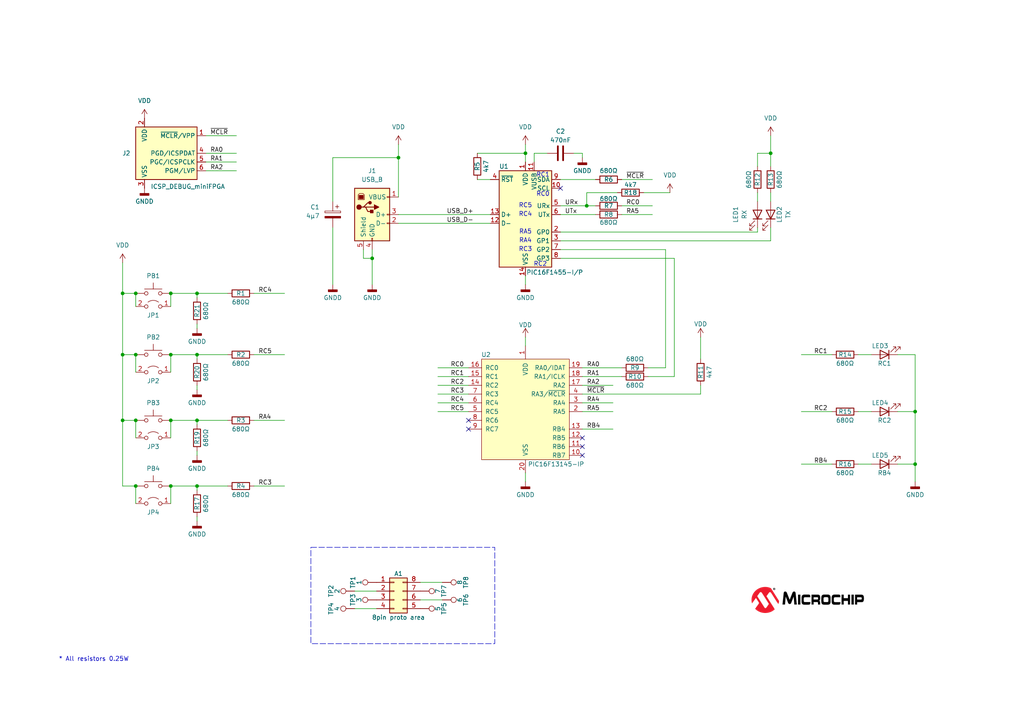
<source format=kicad_sch>
(kicad_sch (version 20231120) (generator "eeschema") (generator_version "8.0")
  (paper "A4")
  (title_block (title "Education board for miniFPGA") (date "2024-05-23") (rev "v3.0"))
  (lib_symbols
    (symbol "Connector:Conn_PIC_ICSP_ICD"
      (property "Reference" "J" (at 6.35 8.89 0))
      (property "Value" "Conn_PIC_ICSP_ICD" (at -8.89 -1.27 90))
      (symbol "Conn_PIC_ICSP_ICD_0_1"
        (rectangle (start -7.62 7.62) (end 10.16 -7.62) (stroke (width 0.254)) (fill (type background)))
      )
      (symbol "Conn_PIC_ICSP_ICD_1_1"
        (pin passive line (at 12.7 5.08 180) (length 2.54) (name "~{MCLR}/VPP") (number "1"))
        (pin passive line (at -5.08 10.16 270) (length 2.54) (name "VDD") (number "2"))
        (pin power_in line (at -5.08 -10.16 90) (length 2.54) (name "VSS") (number "3"))
        (pin bidirectional line (at 12.7 0 180) (length 2.54) (name "PGD/ICSPDAT") (number "4"))
        (pin output line (at 12.7 -2.54 180) (length 2.54) (name "PGC/ICSPCLK") (number "5"))
        (pin output line (at 12.7 -5.08 180) (length 2.54) (name "PGM/LVP") (number "6"))
      )
    )
    (symbol "Connector:TestPoint" (pin_numbers hide) (pin_names (offset 0.762) hide)
      (property "Reference" "TP" (at 0 6.858 0))
      (property "Value" "TestPoint" (at 0 5.08 0))
      (symbol "TestPoint_0_1"
        (circle (center 0 3.302) (radius 0.762))
      )
      (symbol "TestPoint_1_1"
        (pin passive line (at 0 0 90) (length 2.54) (name "1") (number "1"))
      )
    )
    (symbol "Connector:USB_B" (pin_names (offset 1.016))
      (property "Reference" "J" (at -5.08 11.43 0))
      (property "Value" "USB_B" (at -5.08 8.89 0))
      (symbol "USB_B_0_1"
        (rectangle (start -5.08 -7.62) (end 5.08 7.62) (stroke (width 0.254)) (fill (type background)))
        (circle (center -3.81 2.159) (radius 0.635) (stroke (width 0.254)) (fill (type outline)))
        (rectangle (start -3.81 5.588) (end -2.54 4.572) (fill (type outline)))
        (circle (center -0.635 3.429) (radius 0.381) (stroke (width 0.254)) (fill (type outline)))
        (rectangle (start -0.127 -7.62) (end 0.127 -6.858))
        (polyline (pts (xy -1.905 2.159) (xy 0.635 2.159)) (stroke (width 0.254)))
        (polyline (pts (xy -3.175 2.159) (xy -2.54 2.159) (xy -1.27 3.429) (xy -0.635 3.429)) (stroke (width 0.254)))
        (polyline (pts (xy -2.54 2.159) (xy -1.905 2.159) (xy -1.27 0.889) (xy 0 0.889)) (stroke (width 0.254)))
        (polyline (pts (xy 0.635 2.794) (xy 0.635 1.524) (xy 1.905 2.159) (xy 0.635 2.794)) (stroke (width 0.254)) (fill (type outline)))
        (polyline (pts (xy -4.064 4.318) (xy -2.286 4.318) (xy -2.286 5.715) (xy -2.667 6.096) (xy -3.683 6.096) (xy -4.064 5.715) (xy -4.064 4.318)))
        (rectangle (start 0.254 1.27) (end -0.508 0.508) (stroke (width 0.254)) (fill (type outline)))
        (rectangle (start 5.08 -2.667) (end 4.318 -2.413))
        (rectangle (start 5.08 -0.127) (end 4.318 0.127))
        (rectangle (start 5.08 4.953) (end 4.318 5.207))
      )
      (symbol "USB_B_1_1"
        (pin power_out line (at 7.62 5.08 180) (length 2.54) (name "VBUS") (number "1"))
        (pin bidirectional line (at 7.62 -2.54 180) (length 2.54) (name "D-") (number "2"))
        (pin bidirectional line (at 7.62 0 180) (length 2.54) (name "D+") (number "3"))
        (pin power_out line (at 0 -10.16 90) (length 2.54) (name "GND") (number "4"))
        (pin passive line (at -2.54 -10.16 90) (length 2.54) (name "Shield") (number "5"))
      )
    )
    (symbol "Connector_Generic:Conn_02x04_Counter_Clockwise" (pin_names (offset 1.016) hide)
      (property "Reference" "J" (at 1.27 5.08 0))
      (property "Value" "Conn_02x04_Counter_Clockwise" (at 1.27 -7.62 0))
      (symbol "Conn_02x04_Counter_Clockwise_1_1"
        (rectangle (start -1.27 -4.953) (end 0 -5.207) (stroke (width 0.1524)))
        (rectangle (start -1.27 -2.413) (end 0 -2.667) (stroke (width 0.1524)))
        (rectangle (start -1.27 0.127) (end 0 -0.127) (stroke (width 0.1524)))
        (rectangle (start -1.27 2.667) (end 0 2.413) (stroke (width 0.1524)))
        (rectangle (start -1.27 3.81) (end 3.81 -6.35) (stroke (width 0.254)) (fill (type background)))
        (rectangle (start 3.81 -4.953) (end 2.54 -5.207) (stroke (width 0.1524)))
        (rectangle (start 3.81 -2.413) (end 2.54 -2.667) (stroke (width 0.1524)))
        (rectangle (start 3.81 0.127) (end 2.54 -0.127) (stroke (width 0.1524)))
        (rectangle (start 3.81 2.667) (end 2.54 2.413) (stroke (width 0.1524)))
        (pin passive line (at -5.08 2.54 0) (length 3.81) (name "Pin_1") (number "1"))
        (pin passive line (at -5.08 0 0) (length 3.81) (name "Pin_2") (number "2"))
        (pin passive line (at -5.08 -2.54 0) (length 3.81) (name "Pin_3") (number "3"))
        (pin passive line (at -5.08 -5.08 0) (length 3.81) (name "Pin_4") (number "4"))
        (pin passive line (at 7.62 -5.08 180) (length 3.81) (name "Pin_5") (number "5"))
        (pin passive line (at 7.62 -2.54 180) (length 3.81) (name "Pin_6") (number "6"))
        (pin passive line (at 7.62 0 180) (length 3.81) (name "Pin_7") (number "7"))
        (pin passive line (at 7.62 2.54 180) (length 3.81) (name "Pin_8") (number "8"))
      )
    )
    (symbol "Device:C" (pin_numbers hide) (pin_names (offset 0.254))
      (property "Reference" "C" (at 0.635 2.54 0))
      (property "Value" "C" (at 0.635 -2.54 0))
      (symbol "C_0_1"
        (polyline (pts (xy -2.032 -0.762) (xy 2.032 -0.762)) (stroke (width 0.508)))
        (polyline (pts (xy -2.032 0.762) (xy 2.032 0.762)) (stroke (width 0.508)))
      )
      (symbol "C_1_1"
        (pin passive line (at 0 3.81 270) (length 2.794) (name "~") (number "1"))
        (pin passive line (at 0 -3.81 90) (length 2.794) (name "~") (number "2"))
      )
    )
    (symbol "Device:C_Polarized" (pin_numbers hide) (pin_names (offset 0.254))
      (property "Reference" "C" (at 0.635 2.54 0))
      (property "Value" "C_Polarized" (at 0.635 -2.54 0))
      (symbol "C_Polarized_0_1"
        (rectangle (start -2.286 0.508) (end 2.286 1.016))
        (polyline (pts (xy -1.778 2.286) (xy -0.762 2.286)))
        (polyline (pts (xy -1.27 2.794) (xy -1.27 1.778)))
        (rectangle (start 2.286 -0.508) (end -2.286 -1.016) (fill (type outline)))
      )
      (symbol "C_Polarized_1_1"
        (pin passive line (at 0 3.81 270) (length 2.794) (name "~") (number "1"))
        (pin passive line (at 0 -3.81 90) (length 2.794) (name "~") (number "2"))
      )
    )
    (symbol "Device:LED" (pin_numbers hide) (pin_names (offset 1.016) hide)
      (property "Reference" "D" (at 0 2.54 0))
      (property "Value" "LED" (at 0 -2.54 0))
      (symbol "LED_0_1"
        (polyline (pts (xy -1.27 -1.27) (xy -1.27 1.27)) (stroke (width 0.254)))
        (polyline (pts (xy -1.27 0) (xy 1.27 0)))
        (polyline (pts (xy 1.27 -1.27) (xy 1.27 1.27) (xy -1.27 0) (xy 1.27 -1.27)) (stroke (width 0.254)))
        (polyline (pts (xy -3.048 -0.762) (xy -4.572 -2.286) (xy -3.81 -2.286) (xy -4.572 -2.286) (xy -4.572 -1.524)))
        (polyline (pts (xy -1.778 -0.762) (xy -3.302 -2.286) (xy -2.54 -2.286) (xy -3.302 -2.286) (xy -3.302 -1.524)))
      )
      (symbol "LED_1_1"
        (pin passive line (at -3.81 0 0) (length 2.54) (name "K") (number "1"))
        (pin passive line (at 3.81 0 180) (length 2.54) (name "A") (number "2"))
      )
    )
    (symbol "Device:R" (pin_numbers hide) (pin_names (offset 0))
      (property "Reference" "R" (at 2.032 0 90))
      (property "Value" "R" (at 0 0 90))
      (symbol "R_0_1"
        (rectangle (start -1.016 -2.54) (end 1.016 2.54) (stroke (width 0.254)))
      )
      (symbol "R_1_1"
        (pin passive line (at 0 3.81 270) (length 1.27) (name "~") (number "1"))
        (pin passive line (at 0 -3.81 90) (length 1.27) (name "~") (number "2"))
      )
    )
    (symbol "Interface_USB:MCP2221AxP"
      (property "Reference" "U" (at -7.62 16.51 0))
      (property "Value" "MCP2221AxP" (at 12.7 16.51 0))
      (symbol "MCP2221AxP_0_1"
        (rectangle (start -7.62 15.24) (end 7.62 -12.7) (stroke (width 0.254)) (fill (type background)))
      )
      (symbol "MCP2221AxP_1_1"
        (pin power_in line (at 0 17.78 270) (length 2.54) (name "VDD") (number "1"))
        (pin bidirectional line (at 10.16 10.16 180) (length 2.54) (name "SCL") (number "10"))
        (pin passive line (at 2.54 17.78 270) (length 2.54) (name "VUSB") (number "11"))
        (pin bidirectional line (at -10.16 0 0) (length 2.54) (name "D-") (number "12"))
        (pin bidirectional line (at -10.16 2.54 0) (length 2.54) (name "D+") (number "13"))
        (pin power_in line (at 0 -15.24 90) (length 2.54) (name "VSS") (number "14"))
        (pin bidirectional line (at 10.16 -2.54 180) (length 2.54) (name "GP0") (number "2"))
        (pin bidirectional line (at 10.16 -5.08 180) (length 2.54) (name "GP1") (number "3"))
        (pin input line (at -10.16 12.7 0) (length 2.54) (name "~{RST}") (number "4"))
        (pin input line (at 10.16 5.08 180) (length 2.54) (name "URx") (number "5"))
        (pin output line (at 10.16 2.54 180) (length 2.54) (name "UTx") (number "6"))
        (pin bidirectional line (at 10.16 -7.62 180) (length 2.54) (name "GP2") (number "7"))
        (pin bidirectional line (at 10.16 -10.16 180) (length 2.54) (name "GP3") (number "8"))
        (pin bidirectional line (at 10.16 12.7 180) (length 2.54) (name "SDA") (number "9"))
      )
    )
    (symbol "Jumper:Jumper_2_Open" (pin_names (offset 0) hide)
      (property "Reference" "JP" (at 0 2.794 0))
      (property "Value" "Jumper_2_Open" (at 0 -2.286 0))
      (symbol "Jumper_2_Open_0_0"
        (circle (center -2.032 0) (radius 0.508))
        (circle (center 2.032 0) (radius 0.508))
      )
      (symbol "Jumper_2_Open_0_1"
        (arc (start 1.524 1.27) (mid 0 1.778) (end -1.524 1.27))
      )
      (symbol "Jumper_2_Open_1_1"
        (pin passive line (at -5.08 0 0) (length 2.54) (name "A") (number "1"))
        (pin passive line (at 5.08 0 180) (length 2.54) (name "B") (number "2"))
      )
    )
    (symbol "Switch:SW_Push" (pin_numbers hide) (pin_names (offset 1.016) hide)
      (property "Reference" "SW" (at 1.27 2.54 0))
      (property "Value" "SW_Push" (at 0 -1.524 0))
      (symbol "SW_Push_0_1"
        (circle (center -2.032 0) (radius 0.508))
        (polyline (pts (xy 0 1.27) (xy 0 3.048)))
        (polyline (pts (xy 2.54 1.27) (xy -2.54 1.27)))
        (circle (center 2.032 0) (radius 0.508))
        (pin passive line (at -5.08 0 0) (length 2.54) (name "1") (number "1"))
        (pin passive line (at 5.08 0 180) (length 2.54) (name "2") (number "2"))
      )
    )
    (symbol "attila:PIC16F13145-IP" (pin_names (offset 1.016))
      (property "Reference" "U" (at -11.43 3.81 0))
      (property "Value" "PIC16F13145-IP" (at 8.89 -27.94 0))
      (symbol "PIC16F13145-IP_1_0"
        (rectangle (start -12.7 2.54) (end 12.7 -26.67) (fill (type background)))
      )
      (symbol "PIC16F13145-IP_1_1"
        (pin passive line (at 0 6.35 270) (length 3.81) (name "VDD") (number "1"))
        (pin bidirectional line (at 16.51 -25.4 180) (length 3.81) (name "RB7") (number "10"))
        (pin bidirectional line (at 16.51 -22.86 180) (length 3.81) (name "RB6") (number "11"))
        (pin bidirectional line (at 16.51 -20.32 180) (length 3.81) (name "RB5") (number "12"))
        (pin bidirectional line (at 16.51 -17.78 180) (length 3.81) (name "RB4") (number "13"))
        (pin bidirectional line (at -16.51 -5.08 0) (length 3.81) (name "RC2") (number "14"))
        (pin bidirectional line (at -16.51 -2.54 0) (length 3.81) (name "RC1") (number "15"))
        (pin bidirectional line (at -16.51 0 0) (length 3.81) (name "RC0") (number "16"))
        (pin bidirectional line (at 16.51 -5.08 180) (length 3.81) (name "RA2") (number "17"))
        (pin bidirectional line (at 16.51 -2.54 180) (length 3.81) (name "RA1/ICLK") (number "18"))
        (pin bidirectional line (at 16.51 0 180) (length 3.81) (name "RA0/IDAT") (number "19"))
        (pin bidirectional line (at 16.51 -12.7 180) (length 3.81) (name "RA5") (number "2"))
        (pin passive line (at 0 -30.48 90) (length 3.81) (name "VSS") (number "20"))
        (pin bidirectional line (at 16.51 -10.16 180) (length 3.81) (name "RA4") (number "3"))
        (pin input line (at 16.51 -7.62 180) (length 3.81) (name "RA3/~{MCLR}") (number "4"))
        (pin bidirectional line (at -16.51 -12.7 0) (length 3.81) (name "RC5") (number "5"))
        (pin bidirectional line (at -16.51 -10.16 0) (length 3.81) (name "RC4") (number "6"))
        (pin bidirectional line (at -16.51 -7.62 0) (length 3.81) (name "RC3") (number "7"))
        (pin bidirectional line (at -16.51 -15.24 0) (length 3.81) (name "RC6") (number "8"))
        (pin bidirectional line (at -16.51 -17.78 0) (length 3.81) (name "RC7") (number "9"))
      )
    )
    (symbol "power:GNDD" (power) (pin_names (offset 0))
      (property "Value" "GNDD" (at 0 -3.175 0))
      (symbol "GNDD_0_1"
        (rectangle (start -1.27 -1.524) (end 1.27 -2.032) (stroke (width 0.254)) (fill (type outline)))
        (polyline (pts (xy 0 0) (xy 0 -1.524)))
      )
      (symbol "GNDD_1_1"
        (pin power_in line (at 0 0 270) (length 0) hide (name "GNDD") (number "1"))
      )
    )
    (symbol "power:VDD" (power) (pin_names (offset 0))
      (property "Value" "VDD" (at 0 3.81 0))
      (symbol "VDD_0_1"
        (polyline (pts (xy -0.762 1.27) (xy 0 2.54)))
        (polyline (pts (xy 0 0) (xy 0 2.54)))
        (polyline (pts (xy 0 2.54) (xy 0.762 1.27)))
      )
      (symbol "VDD_1_1"
        (pin power_in line (at 0 0 90) (length 0) hide (name "VDD") (number "1"))
      )
    )
  )
  (junction (at 152.4 44.45))
  (junction (at 35.56 85.09))
  (junction (at 57.15 85.09))
  (junction (at 35.56 102.87))
  (junction (at 39.37 85.09))
  (junction (at 49.53 140.97))
  (junction (at 49.53 121.92))
  (junction (at 39.37 102.87))
  (junction (at 49.53 102.87))
  (junction (at 39.37 121.92))
  (junction (at 39.37 140.97))
  (junction (at 265.43 134.62))
  (junction (at 107.95 74.93))
  (junction (at 223.52 44.45))
  (junction (at 170.18 59.69))
  (junction (at 49.53 85.09))
  (junction (at 57.15 121.92))
  (junction (at 57.15 102.87))
  (junction (at 265.43 119.38))
  (junction (at 57.15 140.97))
  (junction (at 115.57 45.72))
  (junction (at 35.56 121.92))
  (no_connect (at 168.91 132.08))
  (no_connect (at 135.89 124.46))
  (no_connect (at 168.91 127))
  (no_connect (at 135.89 121.92))
  (no_connect (at 162.56 54.61))
  (no_connect (at 168.91 129.54))
  (wire (pts (xy 168.91 45.72) (xy 168.91 44.45)))
  (wire (pts (xy 73.66 121.92) (xy 82.55 121.92)))
  (wire (pts (xy 260.35 134.62) (xy 265.43 134.62)))
  (wire (pts (xy 168.91 119.38) (xy 177.8 119.38)))
  (wire (pts (xy 162.56 74.93) (xy 195.58 74.93)))
  (wire (pts (xy 107.95 74.93) (xy 107.95 82.55)))
  (wire (pts (xy 265.43 119.38) (xy 265.43 134.62)))
  (wire (pts (xy 168.91 124.46) (xy 177.8 124.46)))
  (wire (pts (xy 180.34 59.69) (xy 189.23 59.69)))
  (wire (pts (xy 152.4 80.01) (xy 152.4 82.55)))
  (wire (pts (xy 66.04 85.09) (xy 57.15 85.09)))
  (wire (pts (xy 162.56 69.85) (xy 223.52 69.85)))
  (wire (pts (xy 168.91 116.84) (xy 177.8 116.84)))
  (wire (pts (xy 248.92 119.38) (xy 252.73 119.38)))
  (wire (pts (xy 219.71 67.31) (xy 162.56 67.31)))
  (wire (pts (xy 49.53 140.97) (xy 49.53 146.05)))
  (wire (pts (xy 127 114.3) (xy 135.89 114.3)))
  (wire (pts (xy 195.58 74.93) (xy 195.58 109.22)))
  (wire (pts (xy 35.56 85.09) (xy 35.56 102.87)))
  (wire (pts (xy 138.43 44.45) (xy 152.4 44.45)))
  (wire (pts (xy 57.15 93.98) (xy 57.15 95.25)))
  (wire (pts (xy 219.71 44.45) (xy 223.52 44.45)))
  (wire (pts (xy 49.53 85.09) (xy 49.53 88.9)))
  (wire (pts (xy 73.66 140.97) (xy 82.55 140.97)))
  (wire (pts (xy 57.15 140.97) (xy 49.53 140.97)))
  (wire (pts (xy 73.66 85.09) (xy 82.55 85.09)))
  (wire (pts (xy 241.3 119.38) (xy 232.41 119.38)))
  (wire (pts (xy 127 106.68) (xy 135.89 106.68)))
  (wire (pts (xy 127 116.84) (xy 135.89 116.84)))
  (wire (pts (xy 203.2 97.79) (xy 203.2 104.14)))
  (wire (pts (xy 49.53 121.92) (xy 49.53 127)))
  (wire (pts (xy 168.91 44.45) (xy 166.37 44.45)))
  (wire (pts (xy 168.91 109.22) (xy 180.34 109.22)))
  (wire (pts (xy 241.3 102.87) (xy 232.41 102.87)))
  (wire (pts (xy 152.4 97.79) (xy 152.4 100.33)))
  (wire (pts (xy 223.52 66.04) (xy 223.52 69.85)))
  (wire (pts (xy 138.43 52.07) (xy 142.24 52.07)))
  (wire (pts (xy 168.91 114.3) (xy 203.2 114.3)))
  (wire (pts (xy 57.15 85.09) (xy 57.15 86.36)))
  (wire (pts (xy 127 119.38) (xy 135.89 119.38)))
  (wire (pts (xy 223.52 44.45) (xy 223.52 48.26)))
  (wire (pts (xy 39.37 121.92) (xy 35.56 121.92)))
  (wire (pts (xy 128.27 173.99) (xy 121.92 173.99)))
  (wire (pts (xy 180.34 62.23) (xy 189.23 62.23)))
  (wire (pts (xy 180.34 52.07) (xy 189.23 52.07)))
  (wire (pts (xy 168.91 106.68) (xy 180.34 106.68)))
  (wire (pts (xy 35.56 76.2) (xy 35.56 85.09)))
  (wire (pts (xy 127 111.76) (xy 135.89 111.76)))
  (wire (pts (xy 39.37 102.87) (xy 39.37 107.95)))
  (wire (pts (xy 39.37 121.92) (xy 39.37 127)))
  (wire (pts (xy 186.69 55.88) (xy 194.31 55.88)))
  (wire (pts (xy 66.04 140.97) (xy 57.15 140.97)))
  (wire (pts (xy 265.43 134.62) (xy 265.43 139.7)))
  (wire (pts (xy 154.94 44.45) (xy 158.75 44.45)))
  (wire (pts (xy 152.4 41.91) (xy 152.4 44.45)))
  (wire (pts (xy 152.4 44.45) (xy 152.4 46.99)))
  (wire (pts (xy 248.92 102.87) (xy 252.73 102.87)))
  (wire (pts (xy 57.15 102.87) (xy 49.53 102.87)))
  (wire (pts (xy 223.52 39.37) (xy 223.52 44.45)))
  (wire (pts (xy 115.57 45.72) (xy 115.57 57.15)))
  (wire (pts (xy 96.52 82.55) (xy 96.52 66.04)))
  (wire (pts (xy 35.56 102.87) (xy 35.56 121.92)))
  (wire (pts (xy 193.04 72.39) (xy 193.04 106.68)))
  (wire (pts (xy 127 109.22) (xy 135.89 109.22)))
  (wire (pts (xy 115.57 62.23) (xy 142.24 62.23)))
  (wire (pts (xy 223.52 55.88) (xy 223.52 58.42)))
  (wire (pts (xy 57.15 111.76) (xy 57.15 113.03)))
  (wire (pts (xy 39.37 85.09) (xy 35.56 85.09)))
  (wire (pts (xy 59.69 46.99) (xy 68.58 46.99)))
  (wire (pts (xy 162.56 52.07) (xy 172.72 52.07)))
  (wire (pts (xy 96.52 45.72) (xy 115.57 45.72)))
  (wire (pts (xy 128.27 168.91) (xy 121.92 168.91)))
  (wire (pts (xy 219.71 44.45) (xy 219.71 48.26)))
  (wire (pts (xy 248.92 134.62) (xy 252.73 134.62)))
  (wire (pts (xy 35.56 140.97) (xy 39.37 140.97)))
  (wire (pts (xy 170.18 59.69) (xy 172.72 59.69)))
  (wire (pts (xy 49.53 102.87) (xy 49.53 107.95)))
  (wire (pts (xy 168.91 111.76) (xy 177.8 111.76)))
  (wire (pts (xy 73.66 102.87) (xy 82.55 102.87)))
  (wire (pts (xy 57.15 121.92) (xy 49.53 121.92)))
  (wire (pts (xy 66.04 121.92) (xy 57.15 121.92)))
  (wire (pts (xy 154.94 46.99) (xy 154.94 44.45)))
  (wire (pts (xy 187.96 109.22) (xy 195.58 109.22)))
  (wire (pts (xy 35.56 121.92) (xy 35.56 140.97)))
  (wire (pts (xy 57.15 85.09) (xy 49.53 85.09)))
  (wire (pts (xy 260.35 119.38) (xy 265.43 119.38)))
  (wire (pts (xy 241.3 134.62) (xy 232.41 134.62)))
  (wire (pts (xy 57.15 121.92) (xy 57.15 123.19)))
  (wire (pts (xy 102.87 176.53) (xy 109.22 176.53)))
  (wire (pts (xy 170.18 55.88) (xy 170.18 59.69)))
  (wire (pts (xy 179.07 55.88) (xy 170.18 55.88)))
  (wire (pts (xy 57.15 102.87) (xy 57.15 104.14)))
  (wire (pts (xy 57.15 140.97) (xy 57.15 142.24)))
  (wire (pts (xy 59.69 44.45) (xy 68.58 44.45)))
  (wire (pts (xy 102.87 171.45) (xy 109.22 171.45)))
  (wire (pts (xy 57.15 149.86) (xy 57.15 151.13)))
  (wire (pts (xy 66.04 102.87) (xy 57.15 102.87)))
  (wire (pts (xy 57.15 130.81) (xy 57.15 132.08)))
  (wire (pts (xy 162.56 62.23) (xy 172.72 62.23)))
  (wire (pts (xy 219.71 55.88) (xy 219.71 58.42)))
  (wire (pts (xy 162.56 59.69) (xy 170.18 59.69)))
  (wire (pts (xy 265.43 102.87) (xy 265.43 119.38)))
  (wire (pts (xy 115.57 64.77) (xy 142.24 64.77)))
  (wire (pts (xy 193.04 106.68) (xy 187.96 106.68)))
  (wire (pts (xy 219.71 66.04) (xy 219.71 67.31)))
  (wire (pts (xy 39.37 140.97) (xy 39.37 146.05)))
  (wire (pts (xy 105.41 72.39) (xy 105.41 74.93)))
  (wire (pts (xy 193.04 72.39) (xy 162.56 72.39)))
  (wire (pts (xy 59.69 49.53) (xy 68.58 49.53)))
  (wire (pts (xy 39.37 102.87) (xy 35.56 102.87)))
  (wire (pts (xy 115.57 41.91) (xy 115.57 45.72)))
  (wire (pts (xy 152.4 137.16) (xy 152.4 139.7)))
  (wire (pts (xy 203.2 111.76) (xy 203.2 114.3)))
  (wire (pts (xy 260.35 102.87) (xy 265.43 102.87)))
  (wire (pts (xy 59.69 39.37) (xy 68.58 39.37)))
  (wire (pts (xy 96.52 45.72) (xy 96.52 58.42)))
  (wire (pts (xy 39.37 85.09) (xy 39.37 88.9)))
  (wire (pts (xy 107.95 72.39) (xy 107.95 74.93)))
  (wire (pts (xy 105.41 74.93) (xy 107.95 74.93)))
  (rectangle (start 90.17 158.75) (end 143.51 186.69) (stroke (width 0) (type dash)))
  (image (at 234.315 173.99) (scale 0.252866))
  (text "RC3" (at 152.4 72.39 0) (effects (font (size 1.27 1.27))))
  (text "RC1" (at 157.48 50.8 0) (effects (font (size 1.27 1.27))))
  (text "RC0" (at 157.48 56.388 0) (effects (font (size 1.27 1.27))))
  (text "RA5" (at 152.4 67.31 0) (effects (font (size 1.27 1.27))))
  (text "RC4" (at 152.4 62.23 0) (effects (font (size 1.27 1.27))))
  (text "RA4" (at 152.4 69.85 0) (effects (font (size 1.27 1.27))))
  (text "* All resistors 0.25W" (at 17.018 191.262 0) (effects (font (size 1.27 1.27)) (justify left)))
  (text "RC2" (at 156.718 76.708 0) (effects (font (size 1.27 1.27))))
  (text "RC5" (at 152.4 59.69 0) (effects (font (size 1.27 1.27))))
  (label "RC2" (at 134.62 111.76 180))
  (label "RC5" (at 74.93 102.87 0))
  (label "RC2" (at 240.03 119.38 180))
  (label "RC5" (at 134.62 119.38 180))
  (label "RA2" (at 60.96 49.53 0))
  (label "RB4" (at 170.18 124.46 0))
  (label "URx" (at 163.83 59.69 0))
  (label "~{MCLR}" (at 181.61 52.07 0))
  (label "RC3" (at 74.93 140.97 0))
  (label "USB_D+" (at 129.54 62.23 0))
  (label "UTx" (at 163.83 62.23 0))
  (label "RA4" (at 74.93 121.92 0))
  (label "RC0" (at 181.61 59.69 0))
  (label "RB4" (at 240.03 134.62 180))
  (label "RA5" (at 170.18 119.38 0))
  (label "RC1" (at 240.03 102.87 180))
  (label "RC4" (at 74.93 85.09 0))
  (label "RA0" (at 170.18 106.68 0))
  (label "RA5" (at 181.61 62.23 0))
  (label "~{MCLR}" (at 170.18 114.3 0))
  (label "RA2" (at 170.18 111.76 0))
  (label "RA1" (at 60.96 46.99 0))
  (label "RA1" (at 170.18 109.22 0))
  (label "RA0" (at 60.96 44.45 0))
  (label "USB_D-" (at 129.54 64.77 0))
  (label "RA4" (at 170.18 116.84 0))
  (label "~{MCLR}" (at 60.96 39.37 0))
  (label "RC1" (at 134.62 109.22 180))
  (label "RC0" (at 134.62 106.68 180))
  (label "RC3" (at 134.62 114.3 180))
  (label "RC4" (at 134.62 116.84 180))
  (symbol (lib_id "power:GNDD") (at 152.4 82.55 0) (unit 1)
    (property "Reference" "#PWR08" (effects (hide yes)))
    (property "Value" "GNDD" (at 152.4 86.36 0))
  )
  (symbol (lib_id "Connector:TestPoint") (at 121.92 176.53 270) (unit 1)
    (property "Reference" "TP5" (at 128.778 176.53 0))
    (property "Value" "5" (at 127 176.53 0))
    (property "Footprint" "TestPoint:TestPoint_Pad_D1.5mm" (effects (hide yes)))
    (property "Description" "test point" (effects (hide yes)))
  )
  (symbol (lib_id "Device:R") (at 219.71 52.07 180) (unit 1)
    (property "Reference" "R12" (at 219.71 52.07 90))
    (property "Value" "680Ω" (at 217.17 52.07 90))
    (property "Footprint" "Attila:R_Axial_L3.6mm_D1.6mm_P1.90mm_Vertical" (effects (hide yes)))
  )
  (symbol (lib_id "Switch:SW_Push") (at 44.45 85.09 0) (mirror y) (unit 1)
    (property "Reference" "PB1" (at 44.45 80.01 0))
    (property "Value" "RC4" (effects (hide yes)))
    (property "Footprint" "Button_Switch_THT:SW_PUSH_6mm_H5mm" (effects (hide yes)))
    (property "Datasheet" "https://www.farnell.com/cad/2585918.pdf" (effects (hide yes)))
    (property "Farnell" "https://at.farnell.com/alcoswitch-te-connectivity/1825910-1/taster-0-05a-24v-dc-100gf-tht/dp/3792734" (effects (hide yes)))
  )
  (symbol (lib_id "power:GNDD") (at 168.91 45.72 0) (unit 1)
    (property "Reference" "#PWR011" (effects (hide yes)))
    (property "Value" "GNDD" (at 168.91 49.53 0))
  )
  (symbol (lib_id "Connector:TestPoint") (at 121.92 171.45 270) (unit 1)
    (property "Reference" "TP7" (at 128.778 171.45 0))
    (property "Value" "7" (at 127 171.45 0))
    (property "Footprint" "TestPoint:TestPoint_Pad_D1.5mm" (effects (hide yes)))
    (property "Description" "test point" (effects (hide yes)))
  )
  (symbol (lib_id "power:VDD") (at 35.56 76.2 0) (unit 1)
    (property "Reference" "#PWR016" (effects (hide yes)))
    (property "Value" "VDD" (at 35.56 71.12 0))
  )
  (symbol (lib_id "Device:C") (at 162.56 44.45 90) (unit 1)
    (property "Reference" "C2" (at 162.56 38.1 90))
    (property "Value" "470nF" (at 162.56 40.64 90))
    (property "Footprint" "Capacitor_THT:C_Rect_L4.6mm_W2.0mm_P2.50mm_MKS02_FKP02" (effects (hide yes)))
  )
  (symbol (lib_id "Device:R") (at 57.15 127 0) (unit 1)
    (property "Reference" "R19" (at 57.15 127 90))
    (property "Value" "680Ω" (at 59.69 127 90))
    (property "Footprint" "Attila:R_Axial_L3.6mm_D1.6mm_P1.90mm_Vertical" (effects (hide yes)))
  )
  (symbol (lib_id "Jumper:Jumper_2_Open") (at 44.45 88.9 0) (mirror y) (unit 1)
    (property "Reference" "JP1" (at 44.45 91.44 0))
    (property "Value" "RC4" (effects (hide yes)))
    (property "Footprint" "Connector_PinHeader_2.54mm:PinHeader_1x02_P2.54mm_Vertical" (effects (hide yes)))
  )
  (symbol (lib_id "power:GNDD") (at 57.15 113.03 0) (unit 1)
    (property "Reference" "#PWR018" (effects (hide yes)))
    (property "Value" "GNDD" (at 57.15 116.84 0))
  )
  (symbol (lib_id "Device:R") (at 57.15 90.17 0) (unit 1)
    (property "Reference" "R21" (at 57.15 90.17 90))
    (property "Value" "680Ω" (at 59.69 90.17 90))
    (property "Footprint" "Attila:R_Axial_L3.6mm_D1.6mm_P1.90mm_Vertical" (effects (hide yes)))
  )
  (symbol (lib_id "Jumper:Jumper_2_Open") (at 44.45 127 0) (mirror y) (unit 1)
    (property "Reference" "JP3" (at 44.45 129.54 0))
    (property "Value" "RA4" (effects (hide yes)))
    (property "Footprint" "Connector_PinHeader_2.54mm:PinHeader_1x02_P2.54mm_Vertical" (effects (hide yes)))
  )
  (symbol (lib_id "Connector_Generic:Conn_02x04_Counter_Clockwise") (at 114.3 171.45 0) (unit 1) (in_bom no)
    (property "Reference" "A1" (at 115.57 166.37 0))
    (property "Value" "8pin proto area" (at 115.57 179.07 0))
    (property "Footprint" "Attila:8pin_proto" (effects (hide yes)))
    (property "Description" "Generic connector, double row, 02x04, counter clockwise pin numbering scheme (similar to DIP package numbering), script generated (kicad-library-utils/schlib/autogen/connector/)" (effects (hide yes)))
  )
  (symbol (lib_id "power:GNDD") (at 152.4 139.7 0) (unit 1)
    (property "Reference" "#PWR010" (effects (hide yes)))
    (property "Value" "GNDD" (at 152.4 143.51 0))
  )
  (symbol (lib_id "Connector:TestPoint") (at 109.22 168.91 90) (unit 1)
    (property "Reference" "TP1" (at 102.362 168.91 0))
    (property "Value" "1" (at 104.14 168.91 0))
    (property "Footprint" "TestPoint:TestPoint_Pad_1.5x1.5mm" (effects (hide yes)))
    (property "Description" "test point" (effects (hide yes)))
  )
  (symbol (lib_id "Switch:SW_Push") (at 44.45 102.87 0) (mirror y) (unit 1)
    (property "Reference" "PB2" (at 44.45 97.79 0))
    (property "Value" "RC5" (effects (hide yes)))
    (property "Footprint" "Button_Switch_THT:SW_PUSH_6mm_H5mm" (effects (hide yes)))
    (property "Datasheet" "https://www.farnell.com/cad/2585918.pdf" (effects (hide yes)))
    (property "Farnell" "https://at.farnell.com/alcoswitch-te-connectivity/1825910-1/taster-0-05a-24v-dc-100gf-tht/dp/3792734" (effects (hide yes)))
  )
  (symbol (lib_id "Device:R") (at 69.85 85.09 270) (mirror x) (unit 1)
    (property "Reference" "R1" (at 69.85 85.09 90))
    (property "Value" "680Ω" (at 69.85 87.63 90))
    (property "Footprint" "Attila:R_Axial_L3.6mm_D1.6mm_P1.90mm_Vertical" (effects (hide yes)))
  )
  (symbol (lib_id "Jumper:Jumper_2_Open") (at 44.45 146.05 0) (mirror y) (unit 1)
    (property "Reference" "JP4" (at 44.45 148.59 0))
    (property "Value" "RC3" (effects (hide yes)))
    (property "Footprint" "Connector_PinHeader_2.54mm:PinHeader_1x02_P2.54mm_Vertical" (effects (hide yes)))
  )
  (symbol (lib_id "Device:R") (at 176.53 59.69 90) (unit 1)
    (property "Reference" "R7" (at 176.53 59.69 90))
    (property "Value" "680Ω" (at 176.53 57.658 90))
    (property "Footprint" "Attila:R_Axial_L3.6mm_D1.6mm_P1.90mm_Vertical" (effects (hide yes)))
  )
  (symbol (lib_id "Device:R") (at 184.15 106.68 90) (unit 1)
    (property "Reference" "R9" (at 184.15 106.68 90))
    (property "Value" "680Ω" (at 184.15 104.14 90))
    (property "Footprint" "Attila:R_Axial_L3.6mm_D1.6mm_P1.90mm_Vertical" (effects (hide yes)))
  )
  (symbol (lib_id "power:GNDD") (at 265.43 139.7 0) (unit 1)
    (property "Reference" "#PWR014" (effects (hide yes)))
    (property "Value" "GNDD" (at 265.43 143.51 0))
  )
  (symbol (lib_id "Device:R") (at 138.43 48.26 180) (unit 1)
    (property "Reference" "R5" (at 138.43 48.26 90))
    (property "Value" "4k7" (at 140.97 48.26 90))
    (property "Footprint" "Resistor_THT:R_Axial_DIN0204_L3.6mm_D1.6mm_P5.08mm_Horizontal" (effects (hide yes)))
  )
  (symbol (lib_id "power:GNDD") (at 96.52 82.55 0) (unit 1)
    (property "Reference" "#PWR02" (effects (hide yes)))
    (property "Value" "GNDD" (at 96.52 86.36 0))
  )
  (symbol (lib_id "Connector:Conn_PIC_ICSP_ICD") (at 46.99 44.45 0) (unit 1)
    (property "Reference" "J2" (at 37.846 44.45 0) (effects (justify right)))
    (property "Value" "ICSP_DEBUG_miniFPGA" (at 65.278 54.102 0) (effects (justify right)))
    (property "Footprint" "Connector_PinHeader_2.54mm:PinHeader_1x06_P2.54mm_Horizontal" (effects (hide yes)))
    (property "Datasheet" "http://ww1.microchip.com/downloads/en/devicedoc/30277d.pdf" (effects (hide yes)))
  )
  (symbol (lib_id "Connector:TestPoint") (at 102.87 176.53 90) (unit 1)
    (property "Reference" "TP4" (at 96.012 176.53 0))
    (property "Value" "4" (at 97.79 176.53 0))
    (property "Footprint" "TestPoint:TestPoint_Pad_D1.5mm" (effects (hide yes)))
    (property "Description" "test point" (effects (hide yes)))
  )
  (symbol (lib_id "Connector:TestPoint") (at 102.87 171.45 90) (unit 1)
    (property "Reference" "TP2" (at 96.012 171.45 0))
    (property "Value" "2" (at 97.79 171.45 0))
    (property "Footprint" "TestPoint:TestPoint_Pad_D1.5mm" (effects (hide yes)))
    (property "Description" "test point" (effects (hide yes)))
  )
  (symbol (lib_id "Device:R") (at 69.85 102.87 270) (unit 1)
    (property "Reference" "R2" (at 69.85 102.87 90))
    (property "Value" "680Ω" (at 69.85 105.41 90))
    (property "Footprint" "Attila:R_Axial_L3.6mm_D1.6mm_P1.90mm_Vertical" (effects (hide yes)))
  )
  (symbol (lib_id "power:VDD") (at 223.52 39.37 0) (mirror y) (unit 1)
    (property "Reference" "#PWR013" (effects (hide yes)))
    (property "Value" "VDD" (at 223.52 34.29 0))
  )
  (symbol (lib_id "power:VDD") (at 41.91 34.29 0) (unit 1)
    (property "Reference" "#PWR03" (effects (hide yes)))
    (property "Value" "VDD" (at 41.91 29.21 0))
  )
  (symbol (lib_id "Device:R") (at 245.11 119.38 270) (mirror x) (unit 1)
    (property "Reference" "R15" (at 245.11 119.38 90))
    (property "Value" "680Ω" (at 245.11 121.92 90))
    (property "Footprint" "Attila:R_Axial_L3.6mm_D1.6mm_P1.90mm_Vertical" (effects (hide yes)))
  )
  (symbol (lib_id "Device:R") (at 69.85 140.97 270) (unit 1)
    (property "Reference" "R4" (at 69.85 140.97 90))
    (property "Value" "680Ω" (at 69.85 143.51 90))
    (property "Footprint" "Attila:R_Axial_L3.6mm_D1.6mm_P1.90mm_Vertical" (effects (hide yes)))
  )
  (symbol (lib_id "power:VDD") (at 203.2 97.79 0) (unit 1)
    (property "Reference" "#PWR012" (effects (hide yes)))
    (property "Value" "VDD" (at 203.2 93.98 0))
  )
  (symbol (lib_id "power:VDD") (at 115.57 41.91 0) (unit 1)
    (property "Reference" "#PWR06" (effects (hide yes)))
    (property "Value" "VDD" (at 115.57 36.83 0))
  )
  (symbol (lib_id "Device:R") (at 245.11 134.62 270) (unit 1)
    (property "Reference" "R16" (at 245.11 134.62 90))
    (property "Value" "680Ω" (at 245.11 137.16 90))
    (property "Footprint" "Attila:R_Axial_L3.6mm_D1.6mm_P1.90mm_Vertical" (effects (hide yes)))
  )
  (symbol (lib_id "Switch:SW_Push") (at 44.45 121.92 0) (mirror y) (unit 1)
    (property "Reference" "PB3" (at 44.45 116.84 0))
    (property "Value" "RA4" (effects (hide yes)))
    (property "Footprint" "Button_Switch_THT:SW_PUSH_6mm_H5mm" (effects (hide yes)))
    (property "Datasheet" "https://www.farnell.com/cad/2585918.pdf" (effects (hide yes)))
    (property "Farnell" "https://at.farnell.com/alcoswitch-te-connectivity/1825910-1/taster-0-05a-24v-dc-100gf-tht/dp/3792734" (effects (hide yes)))
  )
  (symbol (lib_id "Device:R") (at 69.85 121.92 270) (mirror x) (unit 1)
    (property "Reference" "R3" (at 69.85 121.92 90))
    (property "Value" "680Ω" (at 69.85 124.46 90))
    (property "Footprint" "Attila:R_Axial_L3.6mm_D1.6mm_P1.90mm_Vertical" (effects (hide yes)))
  )
  (symbol (lib_id "Device:LED") (at 256.54 119.38 180) (unit 1)
    (property "Reference" "LED4" (at 255.27 116.84 0))
    (property "Value" "RC2" (at 256.54 121.92 0))
    (property "Footprint" "LED_THT:LED_D3.0mm" (effects (hide yes)))
  )
  (symbol (lib_id "attila:PIC16F13145-IP") (at 152.4 106.68 0) (unit 1)
    (property "Reference" "U2" (at 140.97 102.87 0))
    (property "Value" "PIC16F13145-IP" (at 161.29 134.62 0))
    (property "Footprint" "Package_DIP:DIP-20_W7.62mm" (effects (hide yes)))
    (property "Datasheet" "https://ww1.microchip.com/downloads/aemDocuments/documents/MCU08/ProductDocuments/DataSheets/PIC16F13145-Family-Microcontroller-Data-Sheet-DS40002519.pdf" (effects (hide yes)))
    (property "Description" "MCU8+mini FPGA" (effects (hide yes)))
  )
  (symbol (lib_id "Device:R") (at 184.15 109.22 270) (unit 1)
    (property "Reference" "R10" (at 184.15 109.22 90))
    (property "Value" "680Ω" (at 184.15 111.76 90))
    (property "Footprint" "Attila:R_Axial_L3.6mm_D1.6mm_P1.90mm_Vertical" (effects (hide yes)))
  )
  (symbol (lib_id "power:GNDD") (at 57.15 95.25 0) (unit 1)
    (property "Reference" "#PWR019" (effects (hide yes)))
    (property "Value" "GNDD" (at 57.15 99.06 0))
  )
  (symbol (lib_id "Device:LED") (at 219.71 62.23 270) (mirror x) (unit 1)
    (property "Reference" "LED1" (at 213.36 62.23 0))
    (property "Value" "RX" (at 215.9 62.23 0))
    (property "Footprint" "LED_THT:LED_D3.0mm" (effects (hide yes)))
  )
  (symbol (lib_id "Jumper:Jumper_2_Open") (at 44.45 107.95 0) (mirror y) (unit 1)
    (property "Reference" "JP2" (at 44.45 110.49 0))
    (property "Value" "RC5" (effects (hide yes)))
    (property "Footprint" "Connector_PinHeader_2.54mm:PinHeader_1x02_P2.54mm_Vertical" (effects (hide yes)))
  )
  (symbol (lib_id "Device:C_Polarized") (at 96.52 62.23 0) (mirror y) (unit 1)
    (property "Reference" "C1" (at 92.71 60.071 0) (effects (justify left)))
    (property "Value" "4µ7" (at 92.71 62.611 0) (effects (justify left)))
    (property "Footprint" "Capacitor_THT:CP_Radial_D4.0mm_P2.00mm" (effects (hide yes)))
  )
  (symbol (lib_id "Device:R") (at 176.53 62.23 90) (mirror x) (unit 1)
    (property "Reference" "R8" (at 176.53 62.23 90))
    (property "Value" "680Ω" (at 176.53 64.516 90))
    (property "Footprint" "Attila:R_Axial_L3.6mm_D1.6mm_P1.90mm_Vertical" (effects (hide yes)))
  )
  (symbol (lib_id "power:GNDD") (at 107.95 82.55 0) (unit 1)
    (property "Reference" "#PWR05" (effects (hide yes)))
    (property "Value" "GNDD" (at 107.95 86.36 0))
  )
  (symbol (lib_id "Device:LED") (at 223.52 62.23 270) (mirror x) (unit 1)
    (property "Reference" "LED2" (at 226.06 62.23 0))
    (property "Value" "TX" (at 228.6 62.23 0))
    (property "Footprint" "LED_THT:LED_D3.0mm" (effects (hide yes)))
  )
  (symbol (lib_id "Device:R") (at 57.15 146.05 0) (unit 1)
    (property "Reference" "R17" (at 57.15 146.05 90))
    (property "Value" "680Ω" (at 59.69 146.05 90))
    (property "Footprint" "Attila:R_Axial_L3.6mm_D1.6mm_P1.90mm_Vertical" (effects (hide yes)))
  )
  (symbol (lib_id "power:VDD") (at 194.31 55.88 0) (mirror y) (unit 1)
    (property "Reference" "#PWR015" (effects (hide yes)))
    (property "Value" "VDD" (at 194.31 50.8 0))
  )
  (symbol (lib_id "Device:LED") (at 256.54 134.62 180) (unit 1)
    (property "Reference" "LED5" (at 255.27 132.08 0))
    (property "Value" "RB4" (at 256.54 137.16 0))
    (property "Footprint" "LED_THT:LED_D3.0mm" (effects (hide yes)))
  )
  (symbol (lib_id "Connector:USB_B") (at 107.95 62.23 0) (unit 1)
    (property "Reference" "J1" (at 107.95 49.53 0))
    (property "Value" "USB_B" (at 107.95 52.07 0))
    (property "Footprint" "Connector_USB:USB_A_CNCTech_1001-011-01101_Horizontal" (effects (hide yes)))
    (property "Datasheet" " ~" (effects (hide yes)))
  )
  (symbol (lib_id "Connector:TestPoint") (at 128.27 173.99 270) (unit 1)
    (property "Reference" "TP6" (at 135.128 173.99 0))
    (property "Value" "6" (at 133.35 173.99 0))
    (property "Footprint" "TestPoint:TestPoint_Pad_D1.5mm" (effects (hide yes)))
    (property "Description" "test point" (effects (hide yes)))
  )
  (symbol (lib_id "Device:R") (at 203.2 107.95 0) (unit 1)
    (property "Reference" "R11" (at 203.2 107.95 90))
    (property "Value" "4k7" (at 205.74 107.95 90))
    (property "Footprint" "Resistor_THT:R_Axial_DIN0204_L3.6mm_D1.6mm_P5.08mm_Horizontal" (effects (hide yes)))
  )
  (symbol (lib_id "Device:R") (at 57.15 107.95 0) (unit 1)
    (property "Reference" "R20" (at 57.15 107.95 90))
    (property "Value" "680Ω" (at 59.69 107.95 90))
    (property "Footprint" "Attila:R_Axial_L3.6mm_D1.6mm_P1.90mm_Vertical" (effects (hide yes)))
  )
  (symbol (lib_id "Connector:TestPoint") (at 128.27 168.91 270) (unit 1)
    (property "Reference" "TP8" (at 135.128 168.91 0))
    (property "Value" "8" (at 133.35 168.91 0))
    (property "Footprint" "TestPoint:TestPoint_Pad_D1.5mm" (effects (hide yes)))
    (property "Description" "test point" (effects (hide yes)))
  )
  (symbol (lib_id "power:GNDD") (at 41.91 54.61 0) (unit 1)
    (property "Reference" "#PWR04" (effects (hide yes)))
    (property "Value" "GNDD" (at 41.91 58.42 0))
  )
  (symbol (lib_id "Device:LED") (at 256.54 102.87 180) (unit 1)
    (property "Reference" "LED3" (at 255.27 100.33 0))
    (property "Value" "RC1" (at 256.54 105.41 0))
    (property "Footprint" "LED_THT:LED_D3.0mm" (effects (hide yes)))
  )
  (symbol (lib_id "Device:R") (at 176.53 52.07 90) (unit 1)
    (property "Reference" "R6" (at 176.53 52.07 90))
    (property "Value" "680Ω" (at 176.53 49.53 90))
    (property "Footprint" "Attila:R_Axial_L3.6mm_D1.6mm_P1.90mm_Vertical" (effects (hide yes)))
  )
  (symbol (lib_id "power:GNDD") (at 57.15 132.08 0) (unit 1)
    (property "Reference" "#PWR017" (effects (hide yes)))
    (property "Value" "GNDD" (at 57.15 135.89 0))
  )
  (symbol (lib_id "Switch:SW_Push") (at 44.45 140.97 0) (mirror y) (unit 1)
    (property "Reference" "PB4" (at 44.45 135.89 0))
    (property "Value" "RC3" (effects (hide yes)))
    (property "Footprint" "Button_Switch_THT:SW_PUSH_6mm_H5mm" (effects (hide yes)))
    (property "Datasheet" "https://www.farnell.com/cad/2585918.pdf" (effects (hide yes)))
    (property "Farnell" "https://at.farnell.com/alcoswitch-te-connectivity/1825910-1/taster-0-05a-24v-dc-100gf-tht/dp/3792734" (effects (hide yes)))
  )
  (symbol (lib_id "Device:R") (at 182.88 55.88 270) (mirror x) (unit 1)
    (property "Reference" "R18" (at 182.88 55.88 90))
    (property "Value" "4k7" (at 182.88 53.594 90))
    (property "Footprint" "Resistor_THT:R_Axial_DIN0204_L3.6mm_D1.6mm_P5.08mm_Horizontal" (effects (hide yes)))
  )
  (symbol (lib_id "power:VDD") (at 152.4 41.91 0) (unit 1)
    (property "Reference" "#PWR07" (effects (hide yes)))
    (property "Value" "VDD" (at 152.4 36.83 0))
  )
  (symbol (lib_id "Device:R") (at 245.11 102.87 270) (unit 1)
    (property "Reference" "R14" (at 245.11 102.87 90))
    (property "Value" "680Ω" (at 245.11 105.41 90))
    (property "Footprint" "Attila:R_Axial_L3.6mm_D1.6mm_P1.90mm_Vertical" (effects (hide yes)))
  )
  (symbol (lib_id "Connector:TestPoint") (at 109.22 173.99 90) (unit 1)
    (property "Reference" "TP3" (at 102.362 173.99 0))
    (property "Value" "3" (at 104.14 173.99 0))
    (property "Footprint" "TestPoint:TestPoint_Pad_D1.5mm" (effects (hide yes)))
    (property "Description" "test point" (effects (hide yes)))
  )
  (symbol (lib_id "Interface_USB:MCP2221AxP") (at 152.4 64.77 0) (unit 1)
    (property "Reference" "U1" (at 144.78 48.26 0) (effects (justify left)))
    (property "Value" "PIC16F1455-I/P" (at 152.654 78.994 0) (effects (justify left)))
    (property "Footprint" "Package_DIP:DIP-14_W7.62mm" (effects (hide yes)))
    (property "Datasheet" "http://ww1.microchip.com/downloads/en/DeviceDoc/20005565B.pdf" (effects (hide yes)))
  )
  (symbol (lib_id "power:GNDD") (at 57.15 151.13 0) (unit 1)
    (property "Reference" "#PWR01" (effects (hide yes)))
    (property "Value" "GNDD" (at 57.15 154.94 0))
  )
  (symbol (lib_id "power:VDD") (at 152.4 97.79 0) (unit 1)
    (property "Reference" "#PWR09" (effects (hide yes)))
    (property "Value" "VDD" (at 152.4 94.234 0))
  )
  (symbol (lib_id "Device:R") (at 223.52 52.07 0) (mirror x) (unit 1)
    (property "Reference" "R13" (at 223.52 52.07 90))
    (property "Value" "680Ω" (at 226.06 52.07 90))
    (property "Footprint" "Attila:R_Axial_L3.6mm_D1.6mm_P1.90mm_Vertical" (effects (hide yes)))
  )
)
</source>
